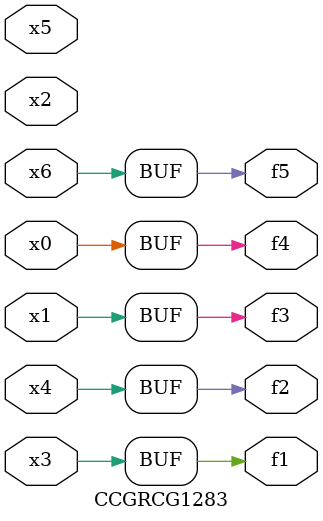
<source format=v>
module CCGRCG1283(
	input x0, x1, x2, x3, x4, x5, x6,
	output f1, f2, f3, f4, f5
);
	assign f1 = x3;
	assign f2 = x4;
	assign f3 = x1;
	assign f4 = x0;
	assign f5 = x6;
endmodule

</source>
